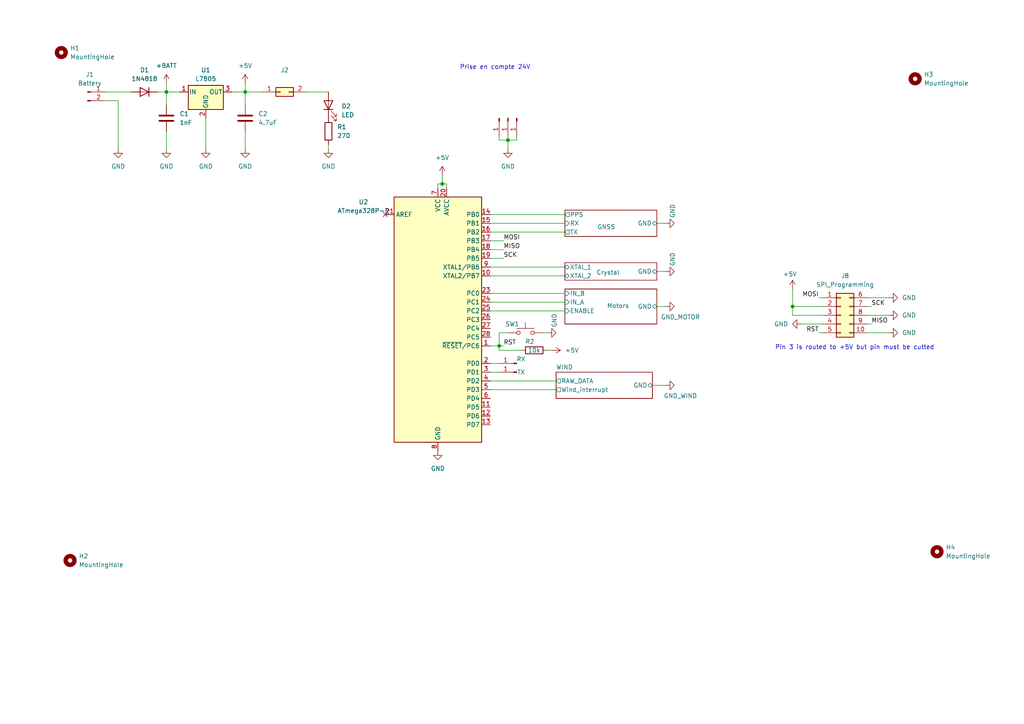
<source format=kicad_sch>
(kicad_sch (version 20231120) (generator "eeschema") (generator_version "8.0")
  (paper "A4")
  (title_block (title "SunTracker") (date "2023-08-29") (rev "1.0") (company "CREPP"))
  (lib_symbols
    (symbol "Connector:Conn_01x01_Pin" (pin_names (offset 1.016) hide)
      (property "Reference" "J" (at 0 2.54 0))
      (property "Value" "Conn_01x01_Pin" (at 0 -2.54 0))
      (symbol "Conn_01x01_Pin_1_1"
        (polyline (pts (xy 1.27 0) (xy 0.8636 0)) (stroke (width 0.1524)))
        (rectangle (start 0.8636 0.127) (end 0 -0.127) (stroke (width 0.1524)) (fill (type outline)))
        (pin passive line (at 5.08 0 180) (length 3.81) (name "Pin_1") (number "1"))
      )
    )
    (symbol "Connector:Conn_01x02_Pin" (pin_names (offset 1.016) hide)
      (property "Reference" "J" (at 0 2.54 0))
      (property "Value" "Conn_01x02_Pin" (at 0 -5.08 0))
      (symbol "Conn_01x02_Pin_1_1"
        (polyline (pts (xy 1.27 -2.54) (xy 0.8636 -2.54)) (stroke (width 0.1524)))
        (polyline (pts (xy 1.27 0) (xy 0.8636 0)) (stroke (width 0.1524)))
        (rectangle (start 0.8636 -2.413) (end 0 -2.667) (stroke (width 0.1524)) (fill (type outline)))
        (rectangle (start 0.8636 0.127) (end 0 -0.127) (stroke (width 0.1524)) (fill (type outline)))
        (pin passive line (at 5.08 0 180) (length 3.81) (name "Pin_1") (number "1"))
        (pin passive line (at 5.08 -2.54 180) (length 3.81) (name "Pin_2") (number "2"))
      )
    )
    (symbol "Connector_Generic:Conn_02x01" (pin_names (offset 1.016) hide)
      (property "Reference" "J" (at 1.27 2.54 0))
      (property "Value" "Conn_02x01" (at 1.27 -2.54 0))
      (symbol "Conn_02x01_1_1"
        (rectangle (start -1.27 0.127) (end 0 -0.127) (stroke (width 0.1524)))
        (rectangle (start -1.27 1.27) (end 3.81 -1.27) (stroke (width 0.254)) (fill (type background)))
        (rectangle (start 3.81 0.127) (end 2.54 -0.127) (stroke (width 0.1524)))
        (pin passive line (at -5.08 0 0) (length 3.81) (name "Pin_1") (number "1"))
        (pin passive line (at 7.62 0 180) (length 3.81) (name "Pin_2") (number "2"))
      )
    )
    (symbol "Connector_Generic:Conn_02x05_Top_Bottom" (pin_names (offset 1.016) hide)
      (property "Reference" "J" (at 1.27 7.62 0))
      (property "Value" "Conn_02x05_Top_Bottom" (at 1.27 -7.62 0))
      (symbol "Conn_02x05_Top_Bottom_1_1"
        (rectangle (start -1.27 -4.953) (end 0 -5.207) (stroke (width 0.1524)))
        (rectangle (start -1.27 -2.413) (end 0 -2.667) (stroke (width 0.1524)))
        (rectangle (start -1.27 0.127) (end 0 -0.127) (stroke (width 0.1524)))
        (rectangle (start -1.27 2.667) (end 0 2.413) (stroke (width 0.1524)))
        (rectangle (start -1.27 5.207) (end 0 4.953) (stroke (width 0.1524)))
        (rectangle (start -1.27 6.35) (end 3.81 -6.35) (stroke (width 0.254)) (fill (type background)))
        (rectangle (start 3.81 -4.953) (end 2.54 -5.207) (stroke (width 0.1524)))
        (rectangle (start 3.81 -2.413) (end 2.54 -2.667) (stroke (width 0.1524)))
        (rectangle (start 3.81 0.127) (end 2.54 -0.127) (stroke (width 0.1524)))
        (rectangle (start 3.81 2.667) (end 2.54 2.413) (stroke (width 0.1524)))
        (rectangle (start 3.81 5.207) (end 2.54 4.953) (stroke (width 0.1524)))
        (pin passive line (at -5.08 5.08 0) (length 3.81) (name "Pin_1") (number "1"))
        (pin passive line (at 7.62 -5.08 180) (length 3.81) (name "Pin_10") (number "10"))
        (pin passive line (at -5.08 2.54 0) (length 3.81) (name "Pin_2") (number "2"))
        (pin passive line (at -5.08 0 0) (length 3.81) (name "Pin_3") (number "3"))
        (pin passive line (at -5.08 -2.54 0) (length 3.81) (name "Pin_4") (number "4"))
        (pin passive line (at -5.08 -5.08 0) (length 3.81) (name "Pin_5") (number "5"))
        (pin passive line (at 7.62 5.08 180) (length 3.81) (name "Pin_6") (number "6"))
        (pin passive line (at 7.62 2.54 180) (length 3.81) (name "Pin_7") (number "7"))
        (pin passive line (at 7.62 0 180) (length 3.81) (name "Pin_8") (number "8"))
        (pin passive line (at 7.62 -2.54 180) (length 3.81) (name "Pin_9") (number "9"))
      )
    )
    (symbol "Device:C" (pin_numbers hide) (pin_names (offset 0.254))
      (property "Reference" "C" (at 0.635 2.54 0))
      (property "Value" "C" (at 0.635 -2.54 0))
      (symbol "C_0_1"
        (polyline (pts (xy -2.032 -0.762) (xy 2.032 -0.762)) (stroke (width 0.508)))
        (polyline (pts (xy -2.032 0.762) (xy 2.032 0.762)) (stroke (width 0.508)))
      )
      (symbol "C_1_1"
        (pin passive line (at 0 3.81 270) (length 2.794) (name "~") (number "1"))
        (pin passive line (at 0 -3.81 90) (length 2.794) (name "~") (number "2"))
      )
    )
    (symbol "Device:D" (pin_numbers hide) (pin_names (offset 1.016) hide)
      (property "Reference" "D" (at 0 2.54 0))
      (property "Value" "D" (at 0 -2.54 0))
      (symbol "D_0_1"
        (polyline (pts (xy -1.27 1.27) (xy -1.27 -1.27)) (stroke (width 0.254)))
        (polyline (pts (xy 1.27 0) (xy -1.27 0)))
        (polyline (pts (xy 1.27 1.27) (xy 1.27 -1.27) (xy -1.27 0) (xy 1.27 1.27)) (stroke (width 0.254)))
      )
      (symbol "D_1_1"
        (pin passive line (at -3.81 0 0) (length 2.54) (name "K") (number "1"))
        (pin passive line (at 3.81 0 180) (length 2.54) (name "A") (number "2"))
      )
    )
    (symbol "Device:LED" (pin_numbers hide) (pin_names (offset 1.016) hide)
      (property "Reference" "D" (at 0 2.54 0))
      (property "Value" "LED" (at 0 -2.54 0))
      (symbol "LED_0_1"
        (polyline (pts (xy -1.27 -1.27) (xy -1.27 1.27)) (stroke (width 0.254)))
        (polyline (pts (xy -1.27 0) (xy 1.27 0)))
        (polyline (pts (xy 1.27 -1.27) (xy 1.27 1.27) (xy -1.27 0) (xy 1.27 -1.27)) (stroke (width 0.254)))
        (polyline (pts (xy -3.048 -0.762) (xy -4.572 -2.286) (xy -3.81 -2.286) (xy -4.572 -2.286) (xy -4.572 -1.524)))
        (polyline (pts (xy -1.778 -0.762) (xy -3.302 -2.286) (xy -2.54 -2.286) (xy -3.302 -2.286) (xy -3.302 -1.524)))
      )
      (symbol "LED_1_1"
        (pin passive line (at -3.81 0 0) (length 2.54) (name "K") (number "1"))
        (pin passive line (at 3.81 0 180) (length 2.54) (name "A") (number "2"))
      )
    )
    (symbol "Device:R" (pin_numbers hide) (pin_names (offset 0))
      (property "Reference" "R" (at 2.032 0 90))
      (property "Value" "R" (at 0 0 90))
      (symbol "R_0_1"
        (rectangle (start -1.016 -2.54) (end 1.016 2.54) (stroke (width 0.254)))
      )
      (symbol "R_1_1"
        (pin passive line (at 0 3.81 270) (length 1.27) (name "~") (number "1"))
        (pin passive line (at 0 -3.81 90) (length 1.27) (name "~") (number "2"))
      )
    )
    (symbol "MCU_Microchip_ATmega:ATmega328P-P"
      (property "Reference" "U" (at -12.7 36.83 0))
      (property "Value" "ATmega328P-P" (at 2.54 -36.83 0))
      (symbol "ATmega328P-P_0_1"
        (rectangle (start -12.7 -35.56) (end 12.7 35.56) (stroke (width 0.254)) (fill (type background)))
      )
      (symbol "ATmega328P-P_1_1"
        (pin bidirectional line (at 15.24 -7.62 180) (length 2.54) (name "~{RESET}/PC6") (number "1"))
        (pin bidirectional line (at 15.24 12.7 180) (length 2.54) (name "XTAL2/PB7") (number "10"))
        (pin bidirectional line (at 15.24 -25.4 180) (length 2.54) (name "PD5") (number "11"))
        (pin bidirectional line (at 15.24 -27.94 180) (length 2.54) (name "PD6") (number "12"))
        (pin bidirectional line (at 15.24 -30.48 180) (length 2.54) (name "PD7") (number "13"))
        (pin bidirectional line (at 15.24 30.48 180) (length 2.54) (name "PB0") (number "14"))
        (pin bidirectional line (at 15.24 27.94 180) (length 2.54) (name "PB1") (number "15"))
        (pin bidirectional line (at 15.24 25.4 180) (length 2.54) (name "PB2") (number "16"))
        (pin bidirectional line (at 15.24 22.86 180) (length 2.54) (name "PB3") (number "17"))
        (pin bidirectional line (at 15.24 20.32 180) (length 2.54) (name "PB4") (number "18"))
        (pin bidirectional line (at 15.24 17.78 180) (length 2.54) (name "PB5") (number "19"))
        (pin bidirectional line (at 15.24 -12.7 180) (length 2.54) (name "PD0") (number "2"))
        (pin power_in line (at 2.54 38.1 270) (length 2.54) (name "AVCC") (number "20"))
        (pin passive line (at -15.24 30.48 0) (length 2.54) (name "AREF") (number "21"))
        (pin passive line (at 0 -38.1 90) (length 2.54) hide (name "GND") (number "22"))
        (pin bidirectional line (at 15.24 7.62 180) (length 2.54) (name "PC0") (number "23"))
        (pin bidirectional line (at 15.24 5.08 180) (length 2.54) (name "PC1") (number "24"))
        (pin bidirectional line (at 15.24 2.54 180) (length 2.54) (name "PC2") (number "25"))
        (pin bidirectional line (at 15.24 0 180) (length 2.54) (name "PC3") (number "26"))
        (pin bidirectional line (at 15.24 -2.54 180) (length 2.54) (name "PC4") (number "27"))
        (pin bidirectional line (at 15.24 -5.08 180) (length 2.54) (name "PC5") (number "28"))
        (pin bidirectional line (at 15.24 -15.24 180) (length 2.54) (name "PD1") (number "3"))
        (pin bidirectional line (at 15.24 -17.78 180) (length 2.54) (name "PD2") (number "4"))
        (pin bidirectional line (at 15.24 -20.32 180) (length 2.54) (name "PD3") (number "5"))
        (pin bidirectional line (at 15.24 -22.86 180) (length 2.54) (name "PD4") (number "6"))
        (pin power_in line (at 0 38.1 270) (length 2.54) (name "VCC") (number "7"))
        (pin power_in line (at 0 -38.1 90) (length 2.54) (name "GND") (number "8"))
        (pin bidirectional line (at 15.24 15.24 180) (length 2.54) (name "XTAL1/PB6") (number "9"))
      )
    )
    (symbol "Mechanical:MountingHole" (pin_names (offset 1.016))
      (property "Reference" "H" (at 0 5.08 0))
      (property "Value" "MountingHole" (at 0 3.175 0))
      (symbol "MountingHole_0_1"
        (circle (center 0 0) (radius 1.27) (stroke (width 1.27)))
      )
    )
    (symbol "Regulator_Linear:L7805" (pin_names (offset 0.254))
      (property "Reference" "U" (at -3.81 3.175 0))
      (property "Value" "L7805" (at 0 3.175 0))
      (symbol "L7805_0_1"
        (rectangle (start -5.08 1.905) (end 5.08 -5.08) (stroke (width 0.254)) (fill (type background)))
      )
      (symbol "L7805_1_1"
        (pin power_in line (at -7.62 0 0) (length 2.54) (name "IN") (number "1"))
        (pin power_in line (at 0 -7.62 90) (length 2.54) (name "GND") (number "2"))
        (pin power_out line (at 7.62 0 180) (length 2.54) (name "OUT") (number "3"))
      )
    )
    (symbol "Switch:SW_Push" (pin_numbers hide) (pin_names (offset 1.016) hide)
      (property "Reference" "SW" (at 1.27 2.54 0))
      (property "Value" "SW_Push" (at 0 -1.524 0))
      (symbol "SW_Push_0_1"
        (circle (center -2.032 0) (radius 0.508))
        (polyline (pts (xy 0 1.27) (xy 0 3.048)))
        (polyline (pts (xy 2.54 1.27) (xy -2.54 1.27)))
        (circle (center 2.032 0) (radius 0.508))
        (pin passive line (at -5.08 0 0) (length 2.54) (name "1") (number "1"))
        (pin passive line (at 5.08 0 180) (length 2.54) (name "2") (number "2"))
      )
    )
    (symbol "power:+5V" (power) (pin_names (offset 0))
      (property "Value" "+5V" (at 0 3.556 0))
      (symbol "+5V_0_1"
        (polyline (pts (xy -0.762 1.27) (xy 0 2.54)))
        (polyline (pts (xy 0 0) (xy 0 2.54)))
        (polyline (pts (xy 0 2.54) (xy 0.762 1.27)))
      )
      (symbol "+5V_1_1"
        (pin power_in line (at 0 0 90) (length 0) hide (name "+5V") (number "1"))
      )
    )
    (symbol "power:+BATT" (power) (pin_names (offset 0))
      (property "Value" "+BATT" (at 0 3.556 0))
      (symbol "+BATT_0_1"
        (polyline (pts (xy -0.762 1.27) (xy 0 2.54)))
        (polyline (pts (xy 0 0) (xy 0 2.54)))
        (polyline (pts (xy 0 2.54) (xy 0.762 1.27)))
      )
      (symbol "+BATT_1_1"
        (pin power_in line (at 0 0 90) (length 0) hide (name "+BATT") (number "1"))
      )
    )
    (symbol "power:GND" (power) (pin_names (offset 0))
      (property "Value" "GND" (at 0 -3.81 0))
      (symbol "GND_0_1"
        (polyline (pts (xy 0 0) (xy 0 -1.27) (xy 1.27 -1.27) (xy 0 -2.54) (xy -1.27 -1.27) (xy 0 -1.27)))
      )
      (symbol "GND_1_1"
        (pin power_in line (at 0 0 270) (length 0) hide (name "GND") (number "1"))
      )
    )
  )
  (junction (at 71.12 26.67))
  (junction (at 229.87 88.9))
  (junction (at 128.27 53.34))
  (junction (at 144.78 100.33))
  (junction (at 48.26 26.67))
  (junction (at 147.32 40.64))
  (no_connect (at 111.76 62.23))
  (wire (pts (xy 158.75 101.6) (xy 160.02 101.6)))
  (wire (pts (xy 229.87 91.44) (xy 229.87 88.9)))
  (wire (pts (xy 95.25 41.91) (xy 95.25 43.18)))
  (wire (pts (xy 142.24 107.95) (xy 144.78 107.95)))
  (wire (pts (xy 142.24 64.77) (xy 163.83 64.77)))
  (wire (pts (xy 142.24 113.03) (xy 161.29 113.03)))
  (wire (pts (xy 142.24 87.63) (xy 163.83 87.63)))
  (wire (pts (xy 129.54 53.34) (xy 128.27 53.34)))
  (wire (pts (xy 88.9 26.67) (xy 95.25 26.67)))
  (wire (pts (xy 149.86 39.37) (xy 149.86 40.64)))
  (wire (pts (xy 147.32 96.52) (xy 144.78 96.52)))
  (wire (pts (xy 45.72 26.67) (xy 48.26 26.67)))
  (wire (pts (xy 48.26 38.1) (xy 48.26 43.18)))
  (wire (pts (xy 142.24 74.93) (xy 146.05 74.93)))
  (wire (pts (xy 157.48 96.52) (xy 158.75 96.52)))
  (wire (pts (xy 251.46 93.98) (xy 252.73 93.98)))
  (wire (pts (xy 48.26 24.13) (xy 48.26 26.67)))
  (wire (pts (xy 127 53.34) (xy 127 54.61)))
  (wire (pts (xy 251.46 96.52) (xy 257.81 96.52)))
  (wire (pts (xy 229.87 83.82) (xy 229.87 88.9)))
  (wire (pts (xy 59.69 34.29) (xy 59.69 43.18)))
  (wire (pts (xy 237.49 96.52) (xy 238.76 96.52)))
  (wire (pts (xy 237.49 86.36) (xy 238.76 86.36)))
  (wire (pts (xy 144.78 96.52) (xy 144.78 100.33)))
  (wire (pts (xy 229.87 91.44) (xy 238.76 91.44)))
  (wire (pts (xy 142.24 77.47) (xy 163.83 77.47)))
  (wire (pts (xy 142.24 62.23) (xy 163.83 62.23)))
  (wire (pts (xy 142.24 69.85) (xy 146.05 69.85)))
  (wire (pts (xy 129.54 53.34) (xy 129.54 54.61)))
  (wire (pts (xy 142.24 100.33) (xy 144.78 100.33)))
  (wire (pts (xy 189.23 111.76) (xy 193.04 111.76)))
  (wire (pts (xy 71.12 30.48) (xy 71.12 26.67)))
  (wire (pts (xy 30.48 26.67) (xy 38.1 26.67)))
  (wire (pts (xy 251.46 86.36) (xy 257.81 86.36)))
  (wire (pts (xy 142.24 85.09) (xy 163.83 85.09)))
  (wire (pts (xy 190.5 78.74) (xy 193.04 78.74)))
  (wire (pts (xy 144.78 100.33) (xy 144.78 101.6)))
  (wire (pts (xy 190.5 88.9) (xy 193.04 88.9)))
  (wire (pts (xy 144.78 39.37) (xy 144.78 40.64)))
  (wire (pts (xy 71.12 38.1) (xy 71.12 43.18)))
  (wire (pts (xy 48.26 30.48) (xy 48.26 26.67)))
  (wire (pts (xy 67.31 26.67) (xy 71.12 26.67)))
  (wire (pts (xy 142.24 80.01) (xy 163.83 80.01)))
  (wire (pts (xy 238.76 88.9) (xy 229.87 88.9)))
  (wire (pts (xy 30.48 29.21) (xy 34.29 29.21)))
  (wire (pts (xy 251.46 88.9) (xy 252.73 88.9)))
  (wire (pts (xy 147.32 40.64) (xy 147.32 43.18)))
  (wire (pts (xy 144.78 100.33) (xy 146.05 100.33)))
  (wire (pts (xy 147.32 39.37) (xy 147.32 40.64)))
  (wire (pts (xy 142.24 110.49) (xy 161.29 110.49)))
  (wire (pts (xy 48.26 26.67) (xy 52.07 26.67)))
  (wire (pts (xy 251.46 91.44) (xy 257.81 91.44)))
  (wire (pts (xy 128.27 53.34) (xy 127 53.34)))
  (wire (pts (xy 142.24 67.31) (xy 163.83 67.31)))
  (wire (pts (xy 144.78 40.64) (xy 147.32 40.64)))
  (wire (pts (xy 142.24 72.39) (xy 146.05 72.39)))
  (wire (pts (xy 232.41 93.98) (xy 238.76 93.98)))
  (wire (pts (xy 71.12 24.13) (xy 71.12 26.67)))
  (wire (pts (xy 147.32 40.64) (xy 149.86 40.64)))
  (wire (pts (xy 71.12 26.67) (xy 76.2 26.67)))
  (wire (pts (xy 142.24 105.41) (xy 144.78 105.41)))
  (wire (pts (xy 142.24 90.17) (xy 163.83 90.17)))
  (wire (pts (xy 151.13 101.6) (xy 144.78 101.6)))
  (wire (pts (xy 128.27 50.8) (xy 128.27 53.34)))
  (wire (pts (xy 190.5 64.77) (xy 193.04 64.77)))
  (wire (pts (xy 34.29 29.21) (xy 34.29 43.18)))
  (text "Prise en compte 24V\n" (at 133.35 20.32 0) (effects (font (size 1.27 1.27)) (justify left bottom)))
  (text "Pin 3 is routed to +5V but pin must be cutted" (at 224.79 101.6 0) (effects (font (size 1.27 1.27)) (justify left bottom)))
  (label "MISO" (at 252.73 93.98 0))
  (label "MOSI" (at 237.49 86.36 180))
  (label "RST" (at 146.05 100.33 0))
  (label "SCK" (at 252.73 88.9 0))
  (label "RST" (at 237.49 96.52 180))
  (label "MISO" (at 146.05 72.39 0))
  (label "SCK" (at 146.05 74.93 0))
  (label "MOSI" (at 146.05 69.85 0))
  (symbol (lib_id "power:GND") (at 95.25 43.18 0) (unit 1)
    (property "Reference" "#PWR07" (effects (hide yes)))
    (property "Value" "GND" (at 95.25 48.26 0))
  )
  (symbol (lib_id "Device:R") (at 154.94 101.6 90) (unit 1)
    (property "Reference" "R2" (at 153.67 99.06 90))
    (property "Value" "10k" (at 154.94 101.6 90))
    (property "Footprint" "Resistor_THT:R_Axial_DIN0207_L6.3mm_D2.5mm_P7.62mm_Horizontal" (effects (hide yes)))
  )
  (symbol (lib_id "Connector:Conn_01x01_Pin") (at 149.86 105.41 180) (unit 1)
    (property "Reference" "J6" (effects (hide yes)))
    (property "Value" "RX" (at 151.13 104.14 0))
    (property "Footprint" "Connector_PinHeader_2.54mm:PinHeader_1x01_P2.54mm_Vertical" (effects (hide yes)))
  )
  (symbol (lib_id "power:GND") (at 34.29 43.18 0) (unit 1)
    (property "Reference" "#PWR01" (effects (hide yes)))
    (property "Value" "GND" (at 34.29 48.26 0))
  )
  (symbol (lib_id "power:GND") (at 158.75 96.52 90) (unit 1)
    (property "Reference" "#PWR011" (effects (hide yes)))
    (property "Value" "GND" (at 160.782 92.964 0))
  )
  (symbol (lib_id "Connector:Conn_01x01_Pin") (at 144.78 34.29 270) (unit 1)
    (property "Reference" "J3" (effects (hide yes)))
    (property "Value" "GND" (effects (hide yes)))
    (property "Footprint" "Connector_PinHeader_2.54mm:PinHeader_1x01_P2.54mm_Vertical" (effects (hide yes)))
  )
  (symbol (lib_id "MCU_Microchip_ATmega:ATmega328P-P") (at 127 92.71 0) (unit 1) (exclude_from_sim yes)
    (property "Reference" "U2" (at 105.41 58.5821 0))
    (property "Value" "ATmega328P-P" (at 105.41 61.1221 0))
    (property "Footprint" "Package_DIP:DIP-28_W7.62mm" (effects (hide yes)))
    (property "Datasheet" "http://ww1.microchip.com/downloads/en/DeviceDoc/ATmega328_P%20AVR%20MCU%20with%20picoPower%20Technology%20Data%20Sheet%2040001984A.pdf" (effects (hide yes)))
  )
  (symbol (lib_id "power:GND") (at 257.81 91.44 90) (unit 1)
    (property "Reference" "#PWR020" (effects (hide yes)))
    (property "Value" "GND" (at 261.62 91.44 90) (effects (justify right)))
  )
  (symbol (lib_id "Regulator_Linear:L7805") (at 59.69 26.67 0) (unit 1) (exclude_from_sim yes)
    (property "Reference" "U1" (at 59.69 20.32 0))
    (property "Value" "L7805" (at 59.69 22.86 0))
    (property "Footprint" "Package_TO_SOT_THT:TO-220-3_Vertical" (effects (hide yes)))
    (property "Datasheet" "http://www.st.com/content/ccc/resource/technical/document/datasheet/41/4f/b3/b0/12/d4/47/88/CD00000444.pdf/files/CD00000444.pdf/jcr:content/translations/en.CD00000444.pdf" (effects (hide yes)))
  )
  (symbol (lib_id "power:+5V") (at 229.87 83.82 0) (unit 1)
    (property "Reference" "#PWR017" (effects (hide yes)))
    (property "Value" "+5V" (at 229.108 79.502 0))
  )
  (symbol (lib_id "power:GND") (at 147.32 43.18 0) (unit 1)
    (property "Reference" "#PWR010" (effects (hide yes)))
    (property "Value" "GND" (at 147.32 48.26 0))
  )
  (symbol (lib_id "Device:LED") (at 95.25 30.48 90) (unit 1)
    (property "Reference" "D2" (at 99.06 30.7975 90) (effects (justify right)))
    (property "Value" "LED" (at 99.06 33.3375 90) (effects (justify right)))
    (property "Footprint" "LED_THT:LED_D3.0mm" (effects (hide yes)))
  )
  (symbol (lib_id "power:GND") (at 127 130.81 0) (unit 1)
    (property "Reference" "#PWR08" (effects (hide yes)))
    (property "Value" "GND" (at 127 135.89 0))
  )
  (symbol (lib_id "power:GND") (at 257.81 96.52 90) (unit 1)
    (property "Reference" "#PWR021" (effects (hide yes)))
    (property "Value" "GND" (at 261.62 96.52 90) (effects (justify right)))
  )
  (symbol (lib_id "power:+5V") (at 128.27 50.8 0) (unit 1)
    (property "Reference" "#PWR09" (effects (hide yes)))
    (property "Value" "+5V" (at 128.27 45.72 0))
  )
  (symbol (lib_id "power:+5V") (at 71.12 24.13 0) (unit 1)
    (property "Reference" "#PWR05" (effects (hide yes)))
    (property "Value" "+5V" (at 71.12 19.05 0))
  )
  (symbol (lib_id "power:GND") (at 71.12 43.18 0) (unit 1)
    (property "Reference" "#PWR06" (effects (hide yes)))
    (property "Value" "GND" (at 71.12 48.26 0))
  )
  (symbol (lib_id "power:GND") (at 193.04 88.9 90) (unit 1)
    (property "Reference" "#PWR015" (effects (hide yes)))
    (property "Value" "GND_MOTOR" (at 197.358 91.948 90))
  )
  (symbol (lib_id "Device:D") (at 41.91 26.67 180) (unit 1)
    (property "Reference" "D1" (at 41.91 20.32 0))
    (property "Value" "1N4818" (at 41.91 22.86 0))
    (property "Footprint" "Diode_THT:D_DO-41_SOD81_P7.62mm_Horizontal" (effects (hide yes)))
    (property "Sim.Device" "D" (effects (hide yes)))
    (property "Sim.Pins" "1=K 2=A" (effects (hide yes)))
  )
  (symbol (lib_id "Switch:SW_Push") (at 152.4 96.52 0) (unit 1)
    (property "Reference" "SW1" (at 148.59 93.98 0))
    (property "Value" "SW_Push" (effects (hide yes)))
    (property "Footprint" "Button_Switch_THT:SW_PUSH_6mm" (effects (hide yes)))
    (property "Description" "Push button switch, generic, two pins" (effects (hide yes)))
  )
  (symbol (lib_id "power:+5V") (at 160.02 101.6 270) (unit 1)
    (property "Reference" "#PWR012" (effects (hide yes)))
    (property "Value" "+5V" (at 163.83 101.6 90) (effects (justify left)))
  )
  (symbol (lib_id "Mechanical:MountingHole") (at 265.43 22.86 0) (unit 1)
    (property "Reference" "H3" (at 267.97 21.59 0) (effects (justify left)))
    (property "Value" "MountingHole" (at 267.97 24.13 0) (effects (justify left)))
    (property "Footprint" "MountingHole:MountingHole_3mm" (effects (hide yes)))
  )
  (symbol (lib_id "power:GND") (at 48.26 43.18 0) (unit 1)
    (property "Reference" "#PWR03" (effects (hide yes)))
    (property "Value" "GND" (at 48.26 48.26 0))
  )
  (symbol (lib_id "Connector:Conn_01x01_Pin") (at 149.86 107.95 180) (unit 1)
    (property "Reference" "J7" (effects (hide yes)))
    (property "Value" "TX" (at 151.13 107.95 0))
    (property "Footprint" "Connector_PinHeader_2.54mm:PinHeader_1x01_P2.54mm_Vertical" (effects (hide yes)))
  )
  (symbol (lib_id "power:GND") (at 232.41 93.98 270) (unit 1)
    (property "Reference" "#PWR018" (effects (hide yes)))
    (property "Value" "GND" (at 228.6 93.98 90) (effects (justify right)))
  )
  (symbol (lib_id "Connector_Generic:Conn_02x01") (at 81.28 26.67 0) (unit 1)
    (property "Reference" "J2" (at 82.55 20.32 0))
    (property "Value" "Haeder_LED" (effects (hide yes)))
    (property "Footprint" "Connector_PinHeader_2.54mm:PinHeader_2x01_P2.54mm_Vertical" (effects (hide yes)))
  )
  (symbol (lib_id "Connector:Conn_01x01_Pin") (at 147.32 34.29 270) (unit 1)
    (property "Reference" "J4" (effects (hide yes)))
    (property "Value" "GND" (effects (hide yes)))
    (property "Footprint" "Connector_PinHeader_2.54mm:PinHeader_1x01_P2.54mm_Vertical" (effects (hide yes)))
  )
  (symbol (lib_id "power:+BATT") (at 48.26 24.13 0) (unit 1)
    (property "Reference" "#PWR02" (effects (hide yes)))
    (property "Value" "+BATT" (at 48.26 19.05 0))
  )
  (symbol (lib_id "Mechanical:MountingHole") (at 271.78 160.02 0) (unit 1)
    (property "Reference" "H4" (at 274.32 158.75 0) (effects (justify left)))
    (property "Value" "MountingHole" (at 274.32 161.29 0) (effects (justify left)))
    (property "Footprint" "MountingHole:MountingHole_3mm" (effects (hide yes)))
  )
  (symbol (lib_id "Mechanical:MountingHole") (at 20.32 162.56 0) (unit 1)
    (property "Reference" "H2" (at 22.86 161.29 0) (effects (justify left)))
    (property "Value" "MountingHole" (at 22.86 163.83 0) (effects (justify left)))
    (property "Footprint" "MountingHole:MountingHole_3mm" (effects (hide yes)))
  )
  (symbol (lib_id "power:GND") (at 193.04 78.74 90) (unit 1)
    (property "Reference" "#PWR014" (effects (hide yes)))
    (property "Value" "GND" (at 195.072 75.184 0))
  )
  (symbol (lib_id "Device:C") (at 71.12 34.29 0) (unit 1)
    (property "Reference" "C2" (at 74.93 33.02 0) (effects (justify left)))
    (property "Value" "4.7uF" (at 74.93 35.56 0) (effects (justify left)))
    (property "Footprint" "Capacitor_THT:C_Radial_D5.0mm_H11.0mm_P2.00mm" (effects (hide yes)))
  )
  (symbol (lib_id "Connector_Generic:Conn_02x05_Top_Bottom") (at 243.84 91.44 0) (unit 1) (exclude_from_sim yes)
    (property "Reference" "J8" (at 245.11 80.01 0))
    (property "Value" "SPI_Programming" (at 245.11 82.55 0))
    (property "Footprint" "Connector_PinHeader_2.54mm:PinHeader_2x05_P2.54mm_Vertical" (effects (hide yes)))
  )
  (symbol (lib_id "Device:R") (at 95.25 38.1 0) (unit 1)
    (property "Reference" "R1" (at 97.79 36.83 0) (effects (justify left)))
    (property "Value" "270" (at 97.79 39.37 0) (effects (justify left)))
    (property "Footprint" "Resistor_THT:R_Axial_DIN0207_L6.3mm_D2.5mm_P7.62mm_Horizontal" (effects (hide yes)))
  )
  (symbol (lib_id "Device:C") (at 48.26 34.29 0) (unit 1)
    (property "Reference" "C1" (at 52.07 33.02 0) (effects (justify left)))
    (property "Value" "1nF" (at 52.07 35.56 0) (effects (justify left)))
    (property "Footprint" "Capacitor_THT:C_Rect_L7.0mm_W2.0mm_P5.00mm" (effects (hide yes)))
  )
  (symbol (lib_id "Mechanical:MountingHole") (at 17.78 15.24 0) (unit 1)
    (property "Reference" "H1" (at 20.32 13.97 0) (effects (justify left)))
    (property "Value" "MountingHole" (at 20.32 16.51 0) (effects (justify left)))
    (property "Footprint" "MountingHole:MountingHole_3mm" (effects (hide yes)))
  )
  (symbol (lib_id "power:GND") (at 59.69 43.18 0) (unit 1)
    (property "Reference" "#PWR04" (effects (hide yes)))
    (property "Value" "GND" (at 59.69 48.26 0))
  )
  (symbol (lib_id "power:GND") (at 257.81 86.36 90) (unit 1)
    (property "Reference" "#PWR019" (effects (hide yes)))
    (property "Value" "GND" (at 261.62 86.36 90) (effects (justify right)))
  )
  (symbol (lib_id "power:GND") (at 193.04 111.76 90) (unit 1)
    (property "Reference" "#PWR016" (effects (hide yes)))
    (property "Value" "GND_WIND" (at 197.358 114.808 90))
  )
  (symbol (lib_id "Connector:Conn_01x02_Pin") (at 25.4 26.67 0) (unit 1) (exclude_from_sim yes)
    (property "Reference" "J1" (at 26.035 21.59 0))
    (property "Value" "Battery" (at 26.035 24.13 0))
    (property "Footprint" "TerminalBlock_Phoenix:TerminalBlock_Phoenix_MKDS-1,5-2-5.08_1x02_P5.08mm_Horizontal" (effects (hide yes)))
  )
  (symbol (lib_id "power:GND") (at 193.04 64.77 90) (unit 1)
    (property "Reference" "#PWR013" (effects (hide yes)))
    (property "Value" "GND" (at 195.072 61.214 0))
  )
  (symbol (lib_id "Connector:Conn_01x01_Pin") (at 149.86 34.29 270) (unit 1)
    (property "Reference" "J5" (effects (hide yes)))
    (property "Value" "GND" (effects (hide yes)))
    (property "Footprint" "Connector_PinHeader_2.54mm:PinHeader_1x01_P2.54mm_Vertical" (effects (hide yes)))
  )
  (sheet (at 161.29 107.95) (size 27.94 7.62) (stroke (width 0.1524))
    (property "Sheetname" "WIND" (at 161.29 107.2384 0) (effects (justify left bottom)))
    (property "Sheetfile" "WIND.kicad_sch" (effects (hide yes)))
    (pin "Wind_interrupt" output (at 161.29 113.03 180))
    (pin "RAW_DATA" output (at 161.29 110.49 180))
    (pin "GND" bidirectional (at 189.23 111.76 0))
  )
  (sheet (at 163.83 83.82) (size 26.67 10.16) (stroke (width 0.1524))
    (property "Sheetname" "Motors" (at 176.022 89.408 0) (effects (justify left bottom)))
    (property "Sheetfile" "../../../Electronique/Kicad/Motor_Control/Motor_Control.kicad_sch" (effects (hide yes)))
    (pin "IN_B" input (at 163.83 85.09 180))
    (pin "IN_A" input (at 163.83 87.63 180))
    (pin "ENABLE" input (at 163.83 90.17 180))
    (pin "GND" bidirectional (at 190.5 88.9 0))
  )
  (sheet (at 163.83 60.96) (size 26.67 7.62) (stroke (width 0.1524))
    (property "Sheetname" "GNSS" (at 173.228 66.548 0) (effects (justify left bottom)))
    (property "Sheetfile" "GNSS.kicad_sch" (effects (hide yes)))
    (pin "PPS" output (at 163.83 62.23 180))
    (pin "RX" input (at 163.83 64.77 180))
    (pin "TX" output (at 163.83 67.31 180))
    (pin "GND" bidirectional (at 190.5 64.77 0))
  )
  (sheet (at 163.83 76.2) (size 26.67 5.08) (stroke (width 0.1524))
    (property "Sheetname" "Crystal" (at 172.974 79.756 0) (effects (justify left bottom)))
    (property "Sheetfile" "Xtal.kicad_sch" (effects (hide yes)))
    (pin "XTAl_1" bidirectional (at 163.83 77.47 180))
    (pin "XTAl_2" bidirectional (at 163.83 80.01 180))
    (pin "GND" bidirectional (at 190.5 78.74 0))
  )
)
</source>
